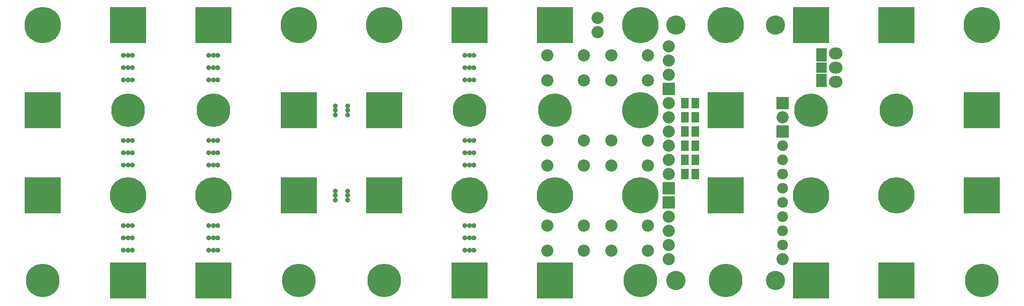
<source format=gts>
%TF.GenerationSoftware,KiCad,Pcbnew,4.0.6-e0-6349~53~ubuntu16.04.1*%
%TF.CreationDate,2017-06-14T21:22:08+05:30*%
%TF.ProjectId,ultim_bus,756C74696D5F6275732E6B696361645F,rev?*%
%TF.FileFunction,Soldermask,Top*%
%FSLAX46Y46*%
G04 Gerber Fmt 4.6, Leading zero omitted, Abs format (unit mm)*
G04 Created by KiCad (PCBNEW 4.0.6-e0-6349~53~ubuntu16.04.1) date Wed Jun 14 21:22:08 2017*
%MOMM*%
%LPD*%
G01*
G04 APERTURE LIST*
%ADD10C,0.101600*%
%ADD11C,2.178000*%
%ADD12C,0.900000*%
%ADD13C,6.496000*%
%ADD14R,6.496000X6.496000*%
%ADD15C,6.000000*%
%ADD16O,2.432000X2.127200*%
%ADD17R,1.924000X1.924000*%
%ADD18R,1.924000X2.432000*%
%ADD19R,1.400000X1.850000*%
%ADD20R,2.178000X2.178000*%
%ADD21C,1.924000*%
%ADD22C,3.448000*%
G04 APERTURE END LIST*
D10*
D11*
X129615000Y-66330000D03*
X123115000Y-70830000D03*
X129615000Y-70830000D03*
X123115000Y-66330000D03*
D12*
X85260000Y-60960000D03*
X87460000Y-60960000D03*
X85260000Y-60160000D03*
X85260000Y-61760000D03*
X87460000Y-61760000D03*
X87460000Y-60160000D03*
D13*
X63500000Y-60960000D03*
X170180000Y-60960000D03*
X124460000Y-60960000D03*
X109220000Y-60960000D03*
X48260000Y-60960000D03*
X185420000Y-60960000D03*
D12*
X85260000Y-45720000D03*
X87460000Y-45720000D03*
X85260000Y-44920000D03*
X85260000Y-46520000D03*
X87460000Y-46520000D03*
X87460000Y-44920000D03*
D13*
X200660000Y-30480000D03*
X33020000Y-30480000D03*
X78740000Y-30480000D03*
X93980000Y-30480000D03*
X139700000Y-30480000D03*
X154940000Y-30480000D03*
D14*
X185420000Y-30480000D03*
X48260000Y-30480000D03*
X63500000Y-30480000D03*
X109220000Y-30480000D03*
X124460000Y-30480000D03*
X170180000Y-30480000D03*
X200660000Y-60960000D03*
X33020000Y-60960000D03*
X78740000Y-60960000D03*
X93980000Y-60960000D03*
D13*
X139700000Y-60960000D03*
D14*
X154940000Y-60960000D03*
D15*
X185420000Y-45720000D03*
D14*
X200660000Y-45720000D03*
X33020000Y-45720000D03*
D15*
X48260000Y-45720000D03*
X63500000Y-45720000D03*
D14*
X78740000Y-45720000D03*
X93980000Y-45720000D03*
D15*
X109220000Y-45720000D03*
X124460000Y-45720000D03*
D13*
X139700000Y-45720000D03*
D14*
X154940000Y-45720000D03*
D15*
X170180000Y-45720000D03*
D14*
X185420000Y-76200000D03*
D15*
X200660000Y-76200000D03*
X33020000Y-76200000D03*
D14*
X48260000Y-76200000D03*
X63500000Y-76200000D03*
D15*
X78740000Y-76200000D03*
X93980000Y-76200000D03*
D14*
X109220000Y-76200000D03*
X124460000Y-76200000D03*
D15*
X139700000Y-76200000D03*
X154940000Y-76200000D03*
D14*
X170180000Y-76200000D03*
D12*
X48260000Y-35900000D03*
X48260000Y-40300000D03*
X49060000Y-35900000D03*
X47460000Y-35900000D03*
X47460000Y-40300000D03*
X49060000Y-40300000D03*
X48260000Y-38100000D03*
X49060000Y-38100000D03*
X47460000Y-38100000D03*
X48260000Y-51140000D03*
X48260000Y-55540000D03*
X49060000Y-51140000D03*
X47460000Y-51140000D03*
X47460000Y-55540000D03*
X49060000Y-55540000D03*
X48260000Y-53340000D03*
X49060000Y-53340000D03*
X47460000Y-53340000D03*
X48260000Y-66380000D03*
X48260000Y-70780000D03*
X49060000Y-66380000D03*
X47460000Y-66380000D03*
X47460000Y-70780000D03*
X49060000Y-70780000D03*
X48260000Y-68580000D03*
X49060000Y-68580000D03*
X47460000Y-68580000D03*
D16*
X174625000Y-40640000D03*
X174625000Y-38100000D03*
X174625000Y-35560000D03*
D17*
X172085000Y-38100000D03*
D18*
X172085000Y-35814000D03*
X172085000Y-40386000D03*
D12*
X63500000Y-35900000D03*
X63500000Y-40300000D03*
X64300000Y-35900000D03*
X62700000Y-35900000D03*
X62700000Y-40300000D03*
X64300000Y-40300000D03*
X63500000Y-38100000D03*
X64300000Y-38100000D03*
X62700000Y-38100000D03*
X109220000Y-35900000D03*
X109220000Y-40300000D03*
X110020000Y-35900000D03*
X108420000Y-35900000D03*
X108420000Y-40300000D03*
X110020000Y-40300000D03*
X109220000Y-38100000D03*
X110020000Y-38100000D03*
X108420000Y-38100000D03*
X63500000Y-51140000D03*
X63500000Y-55540000D03*
X64300000Y-51140000D03*
X62700000Y-51140000D03*
X62700000Y-55540000D03*
X64300000Y-55540000D03*
X63500000Y-53340000D03*
X64300000Y-53340000D03*
X62700000Y-53340000D03*
X109220000Y-51140000D03*
X109220000Y-55540000D03*
X110020000Y-51140000D03*
X108420000Y-51140000D03*
X108420000Y-55540000D03*
X110020000Y-55540000D03*
X109220000Y-53340000D03*
X110020000Y-53340000D03*
X108420000Y-53340000D03*
X63500000Y-66380000D03*
X63500000Y-70780000D03*
X64300000Y-66380000D03*
X62700000Y-66380000D03*
X62700000Y-70780000D03*
X64300000Y-70780000D03*
X63500000Y-68580000D03*
X64300000Y-68580000D03*
X62700000Y-68580000D03*
X109220000Y-66380000D03*
X109220000Y-70780000D03*
X110020000Y-66380000D03*
X108420000Y-66380000D03*
X108420000Y-70780000D03*
X110020000Y-70780000D03*
X109220000Y-68580000D03*
X110020000Y-68580000D03*
X108420000Y-68580000D03*
D19*
X149540000Y-57150000D03*
X147640000Y-57150000D03*
X149540000Y-54610000D03*
X147640000Y-54610000D03*
X149540000Y-52070000D03*
X147640000Y-52070000D03*
X149540000Y-49530000D03*
X147640000Y-49530000D03*
X149540000Y-46990000D03*
X147640000Y-46990000D03*
X149540000Y-44450000D03*
X147640000Y-44450000D03*
D11*
X132080000Y-31710000D03*
X132080000Y-29210000D03*
D20*
X144780000Y-41910000D03*
X165100000Y-44450000D03*
X165100000Y-49530000D03*
X144780000Y-59690000D03*
X144780000Y-62230000D03*
D11*
X144780000Y-34290000D03*
X144780000Y-36830000D03*
X144780000Y-39370000D03*
X144780000Y-44450000D03*
X144780000Y-46990000D03*
X144780000Y-49530000D03*
X144780000Y-52070000D03*
X144780000Y-54610000D03*
X144780000Y-57150000D03*
X144780000Y-64770000D03*
X144780000Y-67310000D03*
X144780000Y-69850000D03*
X144780000Y-72390000D03*
X165100000Y-72390000D03*
D21*
X165100000Y-69850000D03*
X165100000Y-67310000D03*
X165100000Y-64770000D03*
X165100000Y-62230000D03*
X165100000Y-59690000D03*
X165100000Y-57150000D03*
X165100000Y-54610000D03*
X165100000Y-52070000D03*
D11*
X165100000Y-46990000D03*
D22*
X146050000Y-30480000D03*
X146050000Y-76200000D03*
X163830000Y-76200000D03*
X163830000Y-30480000D03*
D11*
X134545000Y-40350000D03*
X141045000Y-35850000D03*
X134545000Y-35850000D03*
X141045000Y-40350000D03*
X123115000Y-40350000D03*
X129615000Y-35850000D03*
X123115000Y-35850000D03*
X129615000Y-40350000D03*
X134545000Y-55590000D03*
X141045000Y-51090000D03*
X134545000Y-51090000D03*
X141045000Y-55590000D03*
X123115000Y-55590000D03*
X129615000Y-51090000D03*
X123115000Y-51090000D03*
X129615000Y-55590000D03*
X141045000Y-66330000D03*
X134545000Y-70830000D03*
X141045000Y-70830000D03*
X134545000Y-66330000D03*
M02*

</source>
